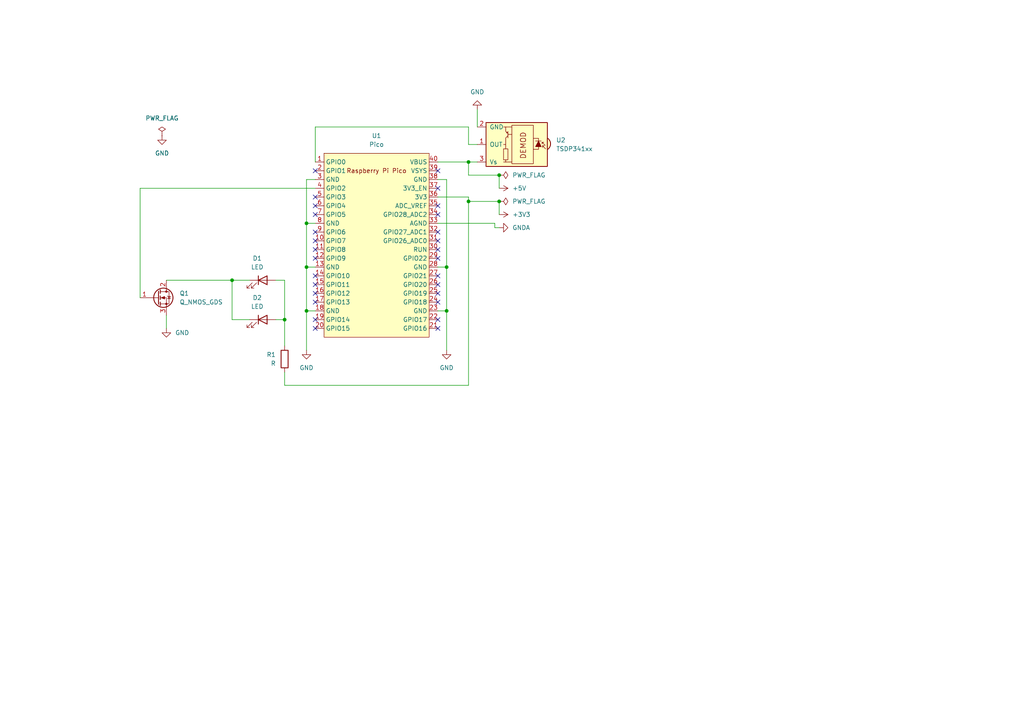
<source format=kicad_sch>
(kicad_sch (version 20231120) (generator "eeschema") (generator_version "8.0")
  (paper "A4")
  (lib_symbols
    (symbol "Device:LED" (pin_numbers hide) (pin_names (offset 1.016) hide)
      (property "Reference" "D" (at 0 2.54 0))
      (property "Value" "LED" (at 0 -2.54 0))
      (symbol "LED_0_1"
        (polyline (pts (xy -1.27 -1.27) (xy -1.27 1.27)) (stroke (width 0.254)))
        (polyline (pts (xy -1.27 0) (xy 1.27 0)))
        (polyline (pts (xy 1.27 -1.27) (xy 1.27 1.27) (xy -1.27 0) (xy 1.27 -1.27)) (stroke (width 0.254)))
        (polyline (pts (xy -3.048 -0.762) (xy -4.572 -2.286) (xy -3.81 -2.286) (xy -4.572 -2.286) (xy -4.572 -1.524)))
        (polyline (pts (xy -1.778 -0.762) (xy -3.302 -2.286) (xy -2.54 -2.286) (xy -3.302 -2.286) (xy -3.302 -1.524)))
      )
      (symbol "LED_1_1"
        (pin passive line (at -3.81 0 0) (length 2.54) (name "K") (number "1"))
        (pin passive line (at 3.81 0 180) (length 2.54) (name "A") (number "2"))
      )
    )
    (symbol "Device:Q_NMOS_GDS" (pin_names (offset 0) hide)
      (property "Reference" "Q" (at 5.08 1.27 0))
      (property "Value" "Q_NMOS_GDS" (at 5.08 -1.27 0))
      (symbol "Q_NMOS_GDS_0_1"
        (polyline (pts (xy 0.254 0) (xy -2.54 0)))
        (polyline (pts (xy 0.254 1.905) (xy 0.254 -1.905)) (stroke (width 0.254)))
        (polyline (pts (xy 0.762 -1.27) (xy 0.762 -2.286)) (stroke (width 0.254)))
        (polyline (pts (xy 0.762 0.508) (xy 0.762 -0.508)) (stroke (width 0.254)))
        (polyline (pts (xy 0.762 2.286) (xy 0.762 1.27)) (stroke (width 0.254)))
        (polyline (pts (xy 2.54 2.54) (xy 2.54 1.778)))
        (polyline (pts (xy 2.54 -2.54) (xy 2.54 0) (xy 0.762 0)))
        (polyline (pts (xy 0.762 -1.778) (xy 3.302 -1.778) (xy 3.302 1.778) (xy 0.762 1.778)))
        (polyline (pts (xy 1.016 0) (xy 2.032 0.381) (xy 2.032 -0.381) (xy 1.016 0)) (fill (type outline)))
        (polyline (pts (xy 2.794 0.508) (xy 2.921 0.381) (xy 3.683 0.381) (xy 3.81 0.254)))
        (polyline (pts (xy 3.302 0.381) (xy 2.921 -0.254) (xy 3.683 -0.254) (xy 3.302 0.381)))
        (circle (center 1.651 0) (radius 2.794) (stroke (width 0.254)))
        (circle (center 2.54 -1.778) (radius 0.254) (fill (type outline)))
        (circle (center 2.54 1.778) (radius 0.254) (fill (type outline)))
      )
      (symbol "Q_NMOS_GDS_1_1"
        (pin input line (at -5.08 0 0) (length 2.54) (name "G") (number "1"))
        (pin passive line (at 2.54 5.08 270) (length 2.54) (name "D") (number "2"))
        (pin passive line (at 2.54 -5.08 90) (length 2.54) (name "S") (number "3"))
      )
    )
    (symbol "Device:R" (pin_numbers hide) (pin_names (offset 0))
      (property "Reference" "R" (at 2.032 0 90))
      (property "Value" "R" (at 0 0 90))
      (symbol "R_0_1"
        (rectangle (start -1.016 -2.54) (end 1.016 2.54) (stroke (width 0.254)))
      )
      (symbol "R_1_1"
        (pin passive line (at 0 3.81 270) (length 1.27) (name "~") (number "1"))
        (pin passive line (at 0 -3.81 90) (length 1.27) (name "~") (number "2"))
      )
    )
    (symbol "Interface_Optical:TSDP341xx" (pin_names (offset 1.016))
      (property "Reference" "U" (at -10.16 7.62 0))
      (property "Value" "TSDP341xx" (at -10.16 -7.62 0))
      (symbol "TSDP341xx_0_0"
        (arc (start -10.287 1.397) (mid -11.0899 -0.1852) (end -10.287 -1.778) (stroke (width 0.254)) (fill (type background)))
        (polyline (pts (xy 1.905 -5.08) (xy 0.127 -5.08)))
        (polyline (pts (xy 1.905 5.08) (xy 0.127 5.08)))
        (text "DEMOD" (at -3.175 0.254 900) (effects (font (size 1.524 1.524))))
      )
      (symbol "TSDP341xx_0_1"
        (rectangle (start -6.096 5.588) (end 0.127 -5.588))
        (polyline (pts (xy -8.763 0.381) (xy -9.652 1.27)))
        (polyline (pts (xy -8.763 0.381) (xy -9.271 0.381)))
        (polyline (pts (xy -8.763 0.381) (xy -8.763 0.889)))
        (polyline (pts (xy -8.636 -0.635) (xy -9.525 0.254)))
        (polyline (pts (xy -8.636 -0.635) (xy -9.144 -0.635)))
        (polyline (pts (xy -8.636 -0.635) (xy -8.636 -0.127)))
        (polyline (pts (xy -8.382 -1.016) (xy -6.731 -1.016)))
        (polyline (pts (xy 1.27 -2.921) (xy 0.127 -2.921)))
        (polyline (pts (xy 1.27 -1.905) (xy 1.27 -3.81)))
        (polyline (pts (xy 1.397 -3.556) (xy 1.524 -3.556)))
        (polyline (pts (xy 1.651 -3.556) (xy 1.524 -3.556)))
        (polyline (pts (xy 1.651 -3.556) (xy 1.651 -3.302)))
        (polyline (pts (xy 1.905 0) (xy 1.905 1.27)))
        (polyline (pts (xy 1.905 4.445) (xy 1.905 5.08) (xy 2.54 5.08)))
        (polyline (pts (xy -8.382 0.635) (xy -6.731 0.635) (xy -7.62 -1.016) (xy -8.382 0.635)) (fill (type outline)))
        (polyline (pts (xy -6.096 1.397) (xy -7.62 1.397) (xy -7.62 -1.778) (xy -6.096 -1.778)))
        (polyline (pts (xy 1.27 -3.175) (xy 1.905 -3.81) (xy 1.905 -5.08) (xy 2.54 -5.08)))
        (polyline (pts (xy 1.27 -2.54) (xy 1.905 -1.905) (xy 1.905 0) (xy 2.54 0)))
        (rectangle (start 2.54 1.27) (end 1.27 4.445))
        (rectangle (start 7.62 6.35) (end -10.16 -6.35) (stroke (width 0.254)) (fill (type background)))
      )
      (symbol "TSDP341xx_1_1"
        (pin output line (at 10.16 0 180) (length 2.54) (name "OUT") (number "1"))
        (pin power_in line (at 10.16 -5.08 180) (length 2.54) (name "GND") (number "2"))
        (pin power_in line (at 10.16 5.08 180) (length 2.54) (name "Vs") (number "3"))
      )
    )
    (symbol "Pico:Pico"
      (property "Reference" "U1" (at 0 31.75 0))
      (property "Value" "Pico" (at 0 29.21 0))
      (symbol "Pico_0_0"
        (text "Raspberry Pi Pico" (at 0 21.59 0) (effects (font (size 1.27 1.27))))
      )
      (symbol "Pico_0_1"
        (rectangle (start -15.24 26.67) (end 15.24 -26.67) (fill (type background)))
      )
      (symbol "Pico_1_1"
        (pin bidirectional line (at -17.78 24.13 0) (length 2.54) (name "GPIO0") (number "1"))
        (pin bidirectional line (at -17.78 1.27 0) (length 2.54) (name "GPIO7") (number "10"))
        (pin bidirectional line (at -17.78 -1.27 0) (length 2.54) (name "GPIO8") (number "11"))
        (pin bidirectional line (at -17.78 -3.81 0) (length 2.54) (name "GPIO9") (number "12"))
        (pin power_in line (at -17.78 -6.35 0) (length 2.54) (name "GND") (number "13"))
        (pin bidirectional line (at -17.78 -8.89 0) (length 2.54) (name "GPIO10") (number "14"))
        (pin bidirectional line (at -17.78 -11.43 0) (length 2.54) (name "GPIO11") (number "15"))
        (pin bidirectional line (at -17.78 -13.97 0) (length 2.54) (name "GPIO12") (number "16"))
        (pin bidirectional line (at -17.78 -16.51 0) (length 2.54) (name "GPIO13") (number "17"))
        (pin power_in line (at -17.78 -19.05 0) (length 2.54) (name "GND") (number "18"))
        (pin bidirectional line (at -17.78 -21.59 0) (length 2.54) (name "GPIO14") (number "19"))
        (pin bidirectional line (at -17.78 21.59 0) (length 2.54) (name "GPIO1") (number "2"))
        (pin bidirectional line (at -17.78 -24.13 0) (length 2.54) (name "GPIO15") (number "20"))
        (pin bidirectional line (at 17.78 -24.13 180) (length 2.54) (name "GPIO16") (number "21"))
        (pin bidirectional line (at 17.78 -21.59 180) (length 2.54) (name "GPIO17") (number "22"))
        (pin power_in line (at 17.78 -19.05 180) (length 2.54) (name "GND") (number "23"))
        (pin bidirectional line (at 17.78 -16.51 180) (length 2.54) (name "GPIO18") (number "24"))
        (pin bidirectional line (at 17.78 -13.97 180) (length 2.54) (name "GPIO19") (number "25"))
        (pin bidirectional line (at 17.78 -11.43 180) (length 2.54) (name "GPIO20") (number "26"))
        (pin bidirectional line (at 17.78 -8.89 180) (length 2.54) (name "GPIO21") (number "27"))
        (pin power_in line (at 17.78 -6.35 180) (length 2.54) (name "GND") (number "28"))
        (pin bidirectional line (at 17.78 -3.81 180) (length 2.54) (name "GPIO22") (number "29"))
        (pin power_in line (at -17.78 19.05 0) (length 2.54) (name "GND") (number "3"))
        (pin input line (at 17.78 -1.27 180) (length 2.54) (name "RUN") (number "30"))
        (pin bidirectional line (at 17.78 1.27 180) (length 2.54) (name "GPIO26_ADC0") (number "31"))
        (pin bidirectional line (at 17.78 3.81 180) (length 2.54) (name "GPIO27_ADC1") (number "32"))
        (pin power_in line (at 17.78 6.35 180) (length 2.54) (name "AGND") (number "33"))
        (pin bidirectional line (at 17.78 8.89 180) (length 2.54) (name "GPIO28_ADC2") (number "34"))
        (pin power_in line (at 17.78 11.43 180) (length 2.54) (name "ADC_VREF") (number "35"))
        (pin power_in line (at 17.78 13.97 180) (length 2.54) (name "3V3") (number "36"))
        (pin input line (at 17.78 16.51 180) (length 2.54) (name "3V3_EN") (number "37"))
        (pin bidirectional line (at 17.78 19.05 180) (length 2.54) (name "GND") (number "38"))
        (pin power_in line (at 17.78 21.59 180) (length 2.54) (name "VSYS") (number "39"))
        (pin bidirectional line (at -17.78 16.51 0) (length 2.54) (name "GPIO2") (number "4"))
        (pin power_in line (at 17.78 24.13 180) (length 2.54) (name "VBUS") (number "40"))
        (pin bidirectional line (at -17.78 13.97 0) (length 2.54) (name "GPIO3") (number "5"))
        (pin bidirectional line (at -17.78 11.43 0) (length 2.54) (name "GPIO4") (number "6"))
        (pin bidirectional line (at -17.78 8.89 0) (length 2.54) (name "GPIO5") (number "7"))
        (pin power_in line (at -17.78 6.35 0) (length 2.54) (name "GND") (number "8"))
        (pin bidirectional line (at -17.78 3.81 0) (length 2.54) (name "GPIO6") (number "9"))
      )
    )
    (symbol "power:+3V3" (power) (pin_names (offset 0))
      (property "Value" "+3V3" (at 0 3.556 0))
      (symbol "+3V3_0_1"
        (polyline (pts (xy -0.762 1.27) (xy 0 2.54)))
        (polyline (pts (xy 0 0) (xy 0 2.54)))
        (polyline (pts (xy 0 2.54) (xy 0.762 1.27)))
      )
      (symbol "+3V3_1_1"
        (pin power_in line (at 0 0 90) (length 0) hide (name "+3V3") (number "1"))
      )
    )
    (symbol "power:+5V" (power) (pin_names (offset 0))
      (property "Value" "+5V" (at 0 3.556 0))
      (symbol "+5V_0_1"
        (polyline (pts (xy -0.762 1.27) (xy 0 2.54)))
        (polyline (pts (xy 0 0) (xy 0 2.54)))
        (polyline (pts (xy 0 2.54) (xy 0.762 1.27)))
      )
      (symbol "+5V_1_1"
        (pin power_in line (at 0 0 90) (length 0) hide (name "+5V") (number "1"))
      )
    )
    (symbol "power:GND" (power) (pin_names (offset 0))
      (property "Value" "GND" (at 0 -3.81 0))
      (symbol "GND_0_1"
        (polyline (pts (xy 0 0) (xy 0 -1.27) (xy 1.27 -1.27) (xy 0 -2.54) (xy -1.27 -1.27) (xy 0 -1.27)))
      )
      (symbol "GND_1_1"
        (pin power_in line (at 0 0 270) (length 0) hide (name "GND") (number "1"))
      )
    )
    (symbol "power:GNDA" (power) (pin_names (offset 0))
      (property "Value" "GNDA" (at 0 -3.81 0))
      (symbol "GNDA_0_1"
        (polyline (pts (xy 0 0) (xy 0 -1.27) (xy 1.27 -1.27) (xy 0 -2.54) (xy -1.27 -1.27) (xy 0 -1.27)))
      )
      (symbol "GNDA_1_1"
        (pin power_in line (at 0 0 270) (length 0) hide (name "GNDA") (number "1"))
      )
    )
    (symbol "power:PWR_FLAG" (power) (pin_numbers hide) (pin_names (offset 0) hide)
      (property "Value" "PWR_FLAG" (at 0 3.81 0))
      (symbol "PWR_FLAG_0_0"
        (pin power_out line (at 0 0 90) (length 0) (name "pwr") (number "1"))
      )
      (symbol "PWR_FLAG_0_1"
        (polyline (pts (xy 0 0) (xy 0 1.27) (xy -1.016 1.905) (xy 0 2.54) (xy 1.016 1.905) (xy 0 1.27)))
      )
    )
  )
  (junction (at 88.9 90.17))
  (junction (at 88.9 77.47))
  (junction (at 144.78 58.42))
  (junction (at 135.89 46.99))
  (junction (at 135.89 58.42))
  (junction (at 67.31 81.28))
  (junction (at 82.55 92.71))
  (junction (at 129.54 90.17))
  (junction (at 129.54 77.47))
  (junction (at 88.9 64.77))
  (junction (at 144.78 50.8))
  (no_connect (at 127 82.55))
  (no_connect (at 127 95.25))
  (no_connect (at 91.44 87.63))
  (no_connect (at 127 85.09))
  (no_connect (at 91.44 59.69))
  (no_connect (at 91.44 82.55))
  (no_connect (at 91.44 85.09))
  (no_connect (at 127 54.61))
  (no_connect (at 91.44 49.53))
  (no_connect (at 127 92.71))
  (no_connect (at 127 74.93))
  (no_connect (at 127 69.85))
  (no_connect (at 127 72.39))
  (no_connect (at 91.44 95.25))
  (no_connect (at 91.44 72.39))
  (no_connect (at 91.44 80.01))
  (no_connect (at 127 67.31))
  (no_connect (at 127 59.69))
  (no_connect (at 91.44 57.15))
  (no_connect (at 127 62.23))
  (no_connect (at 127 49.53))
  (no_connect (at 91.44 69.85))
  (no_connect (at 91.44 74.93))
  (no_connect (at 91.44 62.23))
  (no_connect (at 91.44 92.71))
  (no_connect (at 127 80.01))
  (no_connect (at 91.44 67.31))
  (no_connect (at 127 87.63))
  (wire (pts (xy 135.89 41.91) (xy 135.89 36.83)))
  (wire (pts (xy 80.01 92.71) (xy 82.55 92.71)))
  (wire (pts (xy 82.55 100.33) (xy 82.55 92.71)))
  (wire (pts (xy 91.44 54.61) (xy 40.64 54.61)))
  (wire (pts (xy 138.43 41.91) (xy 135.89 41.91)))
  (wire (pts (xy 135.89 50.8) (xy 135.89 46.99)))
  (wire (pts (xy 40.64 54.61) (xy 40.64 86.36)))
  (wire (pts (xy 127 52.07) (xy 129.54 52.07)))
  (wire (pts (xy 135.89 58.42) (xy 135.89 111.76)))
  (wire (pts (xy 67.31 81.28) (xy 67.31 92.71)))
  (wire (pts (xy 48.26 95.25) (xy 48.26 91.44)))
  (wire (pts (xy 127 90.17) (xy 129.54 90.17)))
  (wire (pts (xy 88.9 64.77) (xy 88.9 52.07)))
  (wire (pts (xy 48.26 81.28) (xy 67.31 81.28)))
  (wire (pts (xy 144.78 58.42) (xy 144.78 62.23)))
  (wire (pts (xy 88.9 90.17) (xy 91.44 90.17)))
  (wire (pts (xy 88.9 64.77) (xy 91.44 64.77)))
  (wire (pts (xy 127 57.15) (xy 135.89 57.15)))
  (wire (pts (xy 82.55 92.71) (xy 82.55 81.28)))
  (wire (pts (xy 144.78 50.8) (xy 135.89 50.8)))
  (wire (pts (xy 88.9 52.07) (xy 91.44 52.07)))
  (wire (pts (xy 143.51 64.77) (xy 127 64.77)))
  (wire (pts (xy 88.9 90.17) (xy 88.9 77.47)))
  (wire (pts (xy 82.55 81.28) (xy 80.01 81.28)))
  (wire (pts (xy 129.54 90.17) (xy 129.54 101.6)))
  (wire (pts (xy 88.9 77.47) (xy 91.44 77.47)))
  (wire (pts (xy 82.55 111.76) (xy 135.89 111.76)))
  (wire (pts (xy 67.31 81.28) (xy 72.39 81.28)))
  (wire (pts (xy 135.89 36.83) (xy 91.44 36.83)))
  (wire (pts (xy 91.44 36.83) (xy 91.44 46.99)))
  (wire (pts (xy 127 46.99) (xy 135.89 46.99)))
  (wire (pts (xy 88.9 101.6) (xy 88.9 90.17)))
  (wire (pts (xy 129.54 52.07) (xy 129.54 77.47)))
  (wire (pts (xy 144.78 58.42) (xy 135.89 58.42)))
  (wire (pts (xy 135.89 46.99) (xy 138.43 46.99)))
  (wire (pts (xy 143.51 66.04) (xy 143.51 64.77)))
  (wire (pts (xy 67.31 92.71) (xy 72.39 92.71)))
  (wire (pts (xy 143.51 66.04) (xy 144.78 66.04)))
  (wire (pts (xy 135.89 57.15) (xy 135.89 58.42)))
  (wire (pts (xy 144.78 50.8) (xy 144.78 54.61)))
  (wire (pts (xy 82.55 111.76) (xy 82.55 107.95)))
  (wire (pts (xy 129.54 77.47) (xy 129.54 90.17)))
  (wire (pts (xy 138.43 31.75) (xy 138.43 36.83)))
  (wire (pts (xy 127 77.47) (xy 129.54 77.47)))
  (wire (pts (xy 88.9 77.47) (xy 88.9 64.77)))
  (symbol (lib_id "power:GND") (at 129.54 101.6 0) (unit 1)
    (property "Reference" "#PWR04" (effects (hide yes)))
    (property "Value" "GND" (at 129.54 106.68 0))
  )
  (symbol (lib_id "Device:Q_NMOS_GDS") (at 45.72 86.36 0) (unit 1)
    (property "Reference" "Q1" (at 52.07 85.09 0) (effects (justify left)))
    (property "Value" "Q_NMOS_GDS" (at 52.07 87.63 0) (effects (justify left)))
    (property "Footprint" "Package_TO_SOT_THT:TO-251-3-1EP_Horizontal_TabDown" (effects (hide yes)))
  )
  (symbol (lib_id "power:GND") (at 138.43 31.75 180) (unit 1)
    (property "Reference" "#PWR03" (effects (hide yes)))
    (property "Value" "GND" (at 138.43 26.67 0))
  )
  (symbol (lib_id "Device:LED") (at 76.2 81.28 0) (unit 1)
    (property "Reference" "D1" (at 74.6125 74.93 0))
    (property "Value" "LED" (at 74.6125 77.47 0))
    (property "Footprint" "Connector_PinSocket_2.54mm:PinSocket_1x02_P2.54mm_Horizontal" (effects (hide yes)))
  )
  (symbol (lib_id "power:+3V3") (at 144.78 62.23 270) (unit 1)
    (property "Reference" "#PWR08" (effects (hide yes)))
    (property "Value" "+3V3" (at 148.59 62.23 90) (effects (justify left)))
  )
  (symbol (lib_id "power:GND") (at 48.26 95.25 0) (unit 1)
    (property "Reference" "#PWR01" (effects (hide yes)))
    (property "Value" "GND" (at 50.8 96.52 0) (effects (justify left)))
  )
  (symbol (lib_id "power:PWR_FLAG") (at 46.99 39.37 0) (unit 1)
    (property "Reference" "#FLG01" (effects (hide yes)))
    (property "Value" "PWR_FLAG" (at 46.99 34.29 0))
  )
  (symbol (lib_id "power:PWR_FLAG") (at 144.78 58.42 270) (unit 1)
    (property "Reference" "#FLG03" (effects (hide yes)))
    (property "Value" "PWR_FLAG" (at 148.59 58.42 90) (effects (justify left)))
  )
  (symbol (lib_id "power:PWR_FLAG") (at 144.78 50.8 270) (unit 1)
    (property "Reference" "#FLG02" (effects (hide yes)))
    (property "Value" "PWR_FLAG" (at 148.59 50.8 90) (effects (justify left)))
  )
  (symbol (lib_id "power:+5V") (at 144.78 54.61 270) (unit 1)
    (property "Reference" "#PWR07" (effects (hide yes)))
    (property "Value" "+5V" (at 148.59 54.61 90) (effects (justify left)))
  )
  (symbol (lib_id "Pico:Pico") (at 109.22 71.12 0) (unit 1)
    (property "Reference" "U1" (at 109.22 39.37 0))
    (property "Value" "Pico" (at 109.22 41.91 0))
    (property "Footprint" "Pico:RPi_Pico_SMD_TH" (effects (hide yes)))
  )
  (symbol (lib_id "power:GND") (at 46.99 39.37 0) (unit 1)
    (property "Reference" "#PWR02" (effects (hide yes)))
    (property "Value" "GND" (at 46.99 44.45 0))
  )
  (symbol (lib_id "Device:R") (at 82.55 104.14 0) (mirror x) (unit 1)
    (property "Reference" "R1" (at 80.01 102.87 0) (effects (justify right)))
    (property "Value" "R" (at 80.01 105.41 0) (effects (justify right)))
    (property "Footprint" "Resistor_THT:R_Axial_DIN0207_L6.3mm_D2.5mm_P7.62mm_Horizontal" (effects (hide yes)))
  )
  (symbol (lib_id "Device:LED") (at 76.2 92.71 0) (unit 1)
    (property "Reference" "D2" (at 74.6125 86.36 0))
    (property "Value" "LED" (at 74.6125 88.9 0))
    (property "Footprint" "Connector_PinSocket_2.54mm:PinSocket_1x02_P2.54mm_Horizontal" (effects (hide yes)))
  )
  (symbol (lib_id "power:GND") (at 88.9 101.6 0) (unit 1)
    (property "Reference" "#PWR05" (effects (hide yes)))
    (property "Value" "GND" (at 88.9 106.68 0))
  )
  (symbol (lib_id "Interface_Optical:TSDP341xx") (at 148.59 41.91 180) (unit 1)
    (property "Reference" "U2" (at 161.29 40.64 0) (effects (justify right)))
    (property "Value" "TSDP341xx" (at 161.29 43.18 0) (effects (justify right)))
    (property "Footprint" "Connector_PinSocket_2.54mm:PinSocket_1x03_P2.54mm_Horizontal" (effects (hide yes)))
    (property "Datasheet" "http://www.vishay.com/docs/82667/tsdp341.pdf" (effects (hide yes)))
  )
  (symbol (lib_id "power:GNDA") (at 144.78 66.04 90) (unit 1)
    (property "Reference" "#PWR06" (effects (hide yes)))
    (property "Value" "GNDA" (at 148.59 66.04 90) (effects (justify right)))
  )
)
</source>
